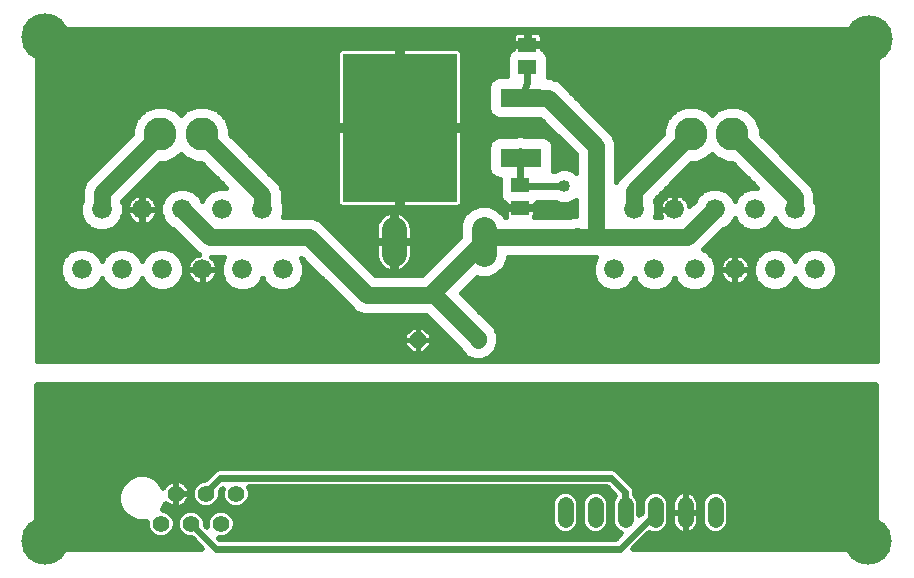
<source format=gbl>
G75*
%MOIN*%
%OFA0B0*%
%FSLAX24Y24*%
%IPPOS*%
%LPD*%
%AMOC8*
5,1,8,0,0,1.08239X$1,22.5*
%
%ADD10C,0.0660*%
%ADD11R,0.3839X0.4921*%
%ADD12R,0.1378X0.0630*%
%ADD13R,0.0591X0.0512*%
%ADD14C,0.1102*%
%ADD15C,0.0520*%
%ADD16OC8,0.0520*%
%ADD17C,0.0520*%
%ADD18C,0.0825*%
%ADD19C,0.0560*%
%ADD20C,0.0560*%
%ADD21C,0.0160*%
%ADD22C,0.1581*%
%ADD23C,0.0236*%
%ADD24C,0.0400*%
%ADD25C,0.0240*%
%ADD26C,0.0197*%
D10*
X008141Y011137D03*
X008760Y012811D03*
X010098Y012811D03*
X011437Y012811D03*
X012775Y012811D03*
X014114Y012811D03*
X015452Y012811D03*
X014783Y014811D03*
X013445Y014811D03*
X012106Y014811D03*
X010767Y014811D03*
X009429Y014811D03*
X014637Y019681D03*
X026510Y012811D03*
X027848Y012811D03*
X029187Y012811D03*
X030525Y012811D03*
X031864Y012811D03*
X033202Y012811D03*
X032533Y014811D03*
X031195Y014811D03*
X029856Y014811D03*
X028517Y014811D03*
X027179Y014811D03*
D11*
X019352Y017537D03*
D12*
X023397Y016537D03*
X023397Y018537D03*
D13*
X023614Y019555D03*
X023614Y020303D03*
X023378Y015614D03*
X023378Y014866D03*
D14*
X029071Y017311D03*
X030448Y017311D03*
X012752Y017311D03*
X011374Y017311D03*
D15*
X024889Y004964D02*
X024889Y004444D01*
X025889Y004444D02*
X025889Y004964D01*
X026889Y004964D02*
X026889Y004444D01*
X027889Y004444D02*
X027889Y004964D01*
X028889Y004964D02*
X028889Y004444D01*
X029889Y004444D02*
X029889Y004964D01*
D16*
X019958Y010468D03*
D17*
X021958Y010468D03*
D18*
X022161Y013331D02*
X022161Y014156D01*
X019161Y014156D02*
X019161Y013331D01*
D19*
X013909Y005326D03*
X012909Y005326D03*
X011909Y005326D03*
X011409Y004326D03*
X012409Y004326D03*
X013409Y004326D03*
D20*
X020443Y012025D02*
X021958Y010509D01*
X021958Y010468D01*
X020443Y012025D02*
X022161Y013744D01*
X022311Y013893D01*
X025307Y013893D01*
X025267Y013933D01*
X025307Y013893D02*
X025858Y013893D01*
X025897Y013933D01*
X025897Y016925D01*
X024285Y018537D01*
X023397Y018537D01*
X027179Y015419D02*
X027179Y014811D01*
X027179Y015419D02*
X029071Y017311D01*
X030448Y017311D02*
X032533Y015226D01*
X032533Y014811D01*
X029856Y014811D02*
X028939Y013893D01*
X025858Y013893D01*
X020443Y012025D02*
X020382Y011964D01*
X018260Y011964D01*
X016330Y013893D01*
X013023Y013893D01*
X012106Y014811D01*
X011374Y017311D02*
X009429Y015366D01*
X009429Y014811D01*
X012752Y017311D02*
X014783Y015279D01*
X014783Y014811D01*
D21*
X015458Y015076D02*
X015458Y015413D01*
X015355Y015661D01*
X015165Y015851D01*
X013698Y017319D01*
X013698Y017499D01*
X013554Y017847D01*
X013288Y018113D01*
X012940Y018257D01*
X012563Y018257D01*
X012216Y018113D01*
X012063Y017960D01*
X011910Y018113D01*
X011562Y018257D01*
X011185Y018257D01*
X010838Y018113D01*
X010572Y017847D01*
X010428Y017499D01*
X010428Y017319D01*
X009046Y015938D01*
X008857Y015748D01*
X008754Y015500D01*
X008754Y015076D01*
X008704Y014955D01*
X008704Y014666D01*
X008814Y014400D01*
X009018Y014196D01*
X009285Y014086D01*
X009573Y014086D01*
X009839Y014196D01*
X010043Y014400D01*
X010154Y014666D01*
X010154Y014955D01*
X010104Y015076D01*
X010104Y015086D01*
X011382Y016364D01*
X011562Y016364D01*
X011910Y016509D01*
X012063Y016662D01*
X012216Y016509D01*
X012563Y016364D01*
X012743Y016364D01*
X013572Y015536D01*
X013300Y015536D01*
X013034Y015425D01*
X012830Y015221D01*
X012777Y015094D01*
X012771Y015101D01*
X012721Y015221D01*
X012517Y015425D01*
X012250Y015536D01*
X011962Y015536D01*
X011695Y015425D01*
X011491Y015221D01*
X011381Y014955D01*
X011381Y014666D01*
X011491Y014400D01*
X011695Y014196D01*
X011816Y014146D01*
X012451Y013511D01*
X012641Y013321D01*
X012668Y013310D01*
X012656Y013308D01*
X012579Y013283D01*
X012508Y013247D01*
X012443Y013200D01*
X012386Y013143D01*
X012339Y013078D01*
X012303Y013006D01*
X012278Y012930D01*
X012265Y012851D01*
X012265Y012829D01*
X012757Y012829D01*
X012757Y012792D01*
X012794Y012792D01*
X012794Y012829D01*
X013285Y012829D01*
X013285Y012851D01*
X013273Y012930D01*
X013248Y013006D01*
X013211Y013078D01*
X013164Y013143D01*
X013108Y013200D01*
X013082Y013218D01*
X013498Y013218D01*
X013389Y012955D01*
X013389Y012666D01*
X013499Y012400D01*
X013703Y012196D01*
X013970Y012086D01*
X014258Y012086D01*
X014525Y012196D01*
X014728Y012400D01*
X014783Y012532D01*
X014838Y012400D01*
X015042Y012196D01*
X015308Y012086D01*
X015597Y012086D01*
X015863Y012196D01*
X016067Y012400D01*
X016177Y012666D01*
X016177Y012955D01*
X016081Y013189D01*
X017687Y011582D01*
X017877Y011392D01*
X018125Y011289D01*
X020224Y011289D01*
X021357Y010156D01*
X021386Y010086D01*
X021576Y009896D01*
X021824Y009793D01*
X022093Y009793D01*
X022341Y009896D01*
X022531Y010086D01*
X022633Y010334D01*
X022633Y010644D01*
X022531Y010892D01*
X021397Y012025D01*
X021926Y012554D01*
X022000Y012524D01*
X022322Y012524D01*
X022618Y012647D01*
X022846Y012874D01*
X022969Y013171D01*
X022969Y013218D01*
X025894Y013218D01*
X025785Y012955D01*
X025785Y012666D01*
X025895Y012400D01*
X026099Y012196D01*
X026365Y012086D01*
X026654Y012086D01*
X026920Y012196D01*
X027124Y012400D01*
X027179Y012532D01*
X027234Y012400D01*
X027437Y012196D01*
X027704Y012086D01*
X027992Y012086D01*
X028259Y012196D01*
X028463Y012400D01*
X028517Y012532D01*
X028572Y012400D01*
X028776Y012196D01*
X029042Y012086D01*
X029331Y012086D01*
X029597Y012196D01*
X029801Y012400D01*
X029912Y012666D01*
X029912Y012955D01*
X029801Y013221D01*
X029597Y013425D01*
X029476Y013476D01*
X029511Y013511D01*
X030146Y014146D01*
X030267Y014196D01*
X030471Y014400D01*
X030525Y014532D01*
X030580Y014400D01*
X030784Y014196D01*
X031050Y014086D01*
X031339Y014086D01*
X031605Y014196D01*
X031809Y014400D01*
X031864Y014532D01*
X031919Y014400D01*
X032122Y014196D01*
X032389Y014086D01*
X032677Y014086D01*
X032944Y014196D01*
X033148Y014400D01*
X033258Y014666D01*
X033258Y014955D01*
X033208Y015076D01*
X033208Y015360D01*
X033105Y015608D01*
X032915Y015798D01*
X031395Y017319D01*
X031395Y017499D01*
X031251Y017847D01*
X030984Y018113D01*
X030637Y018257D01*
X030260Y018257D01*
X029913Y018113D01*
X029760Y017960D01*
X029606Y018113D01*
X029259Y018257D01*
X028882Y018257D01*
X028535Y018113D01*
X028268Y017847D01*
X028124Y017499D01*
X028124Y017319D01*
X026796Y015991D01*
X026607Y015801D01*
X026572Y015718D01*
X026572Y017059D01*
X026470Y017307D01*
X026280Y017497D01*
X024667Y019109D01*
X024419Y019212D01*
X024301Y019212D01*
X024304Y019220D01*
X024304Y019889D01*
X024244Y020034D01*
X024133Y020145D01*
X024089Y020164D01*
X024089Y020255D01*
X023662Y020255D01*
X023662Y020351D01*
X023566Y020351D01*
X023566Y020739D01*
X023295Y020739D01*
X023249Y020726D01*
X023208Y020703D01*
X023175Y020669D01*
X023151Y020628D01*
X023139Y020582D01*
X023139Y020351D01*
X023566Y020351D01*
X023566Y020255D01*
X023139Y020255D01*
X023139Y020164D01*
X023095Y020145D01*
X022984Y020034D01*
X022924Y019889D01*
X022924Y019247D01*
X022630Y019247D01*
X022485Y019187D01*
X022374Y019076D01*
X022313Y018931D01*
X022313Y018143D01*
X022374Y017998D01*
X022485Y017887D01*
X022630Y017827D01*
X024040Y017827D01*
X025222Y016645D01*
X025222Y016040D01*
X025171Y016091D01*
X024953Y016181D01*
X024716Y016181D01*
X024523Y016101D01*
X024464Y016101D01*
X024481Y016143D01*
X024481Y016931D01*
X024421Y017076D01*
X024310Y017187D01*
X024165Y017247D01*
X023552Y017247D01*
X023527Y017254D01*
X023463Y017279D01*
X023429Y017279D01*
X023397Y017288D01*
X023328Y017278D01*
X023258Y017277D01*
X023228Y017264D01*
X023195Y017260D01*
X023173Y017247D01*
X022630Y017247D01*
X022485Y017187D01*
X022374Y017076D01*
X022313Y016931D01*
X022313Y016143D01*
X022374Y015998D01*
X022485Y015887D01*
X022630Y015827D01*
X022687Y015827D01*
X022687Y015279D01*
X022748Y015134D01*
X022859Y015023D01*
X022902Y015005D01*
X022902Y014914D01*
X023330Y014914D01*
X023330Y014818D01*
X022902Y014818D01*
X022902Y014586D01*
X022907Y014568D01*
X022864Y014568D01*
X022846Y014614D01*
X022618Y014841D01*
X022322Y014964D01*
X022000Y014964D01*
X021704Y014841D01*
X021477Y014614D01*
X021354Y014317D01*
X021354Y013891D01*
X020102Y012639D01*
X018539Y012639D01*
X016713Y014466D01*
X016465Y014568D01*
X015467Y014568D01*
X015508Y014666D01*
X015508Y014955D01*
X015458Y015076D01*
X015468Y015051D02*
X017253Y015051D01*
X017253Y015053D02*
X017265Y015007D01*
X017289Y014966D01*
X017322Y014932D01*
X017363Y014909D01*
X017409Y014896D01*
X019272Y014896D01*
X019272Y017457D01*
X017253Y017457D01*
X017253Y015053D01*
X017253Y015210D02*
X015458Y015210D01*
X015458Y015368D02*
X017253Y015368D01*
X017253Y015527D02*
X015411Y015527D01*
X015332Y015685D02*
X017253Y015685D01*
X017253Y015844D02*
X015173Y015844D01*
X015015Y016002D02*
X017253Y016002D01*
X017253Y016161D02*
X014856Y016161D01*
X014698Y016319D02*
X017253Y016319D01*
X017253Y016478D02*
X014539Y016478D01*
X014381Y016636D02*
X017253Y016636D01*
X017253Y016795D02*
X014222Y016795D01*
X014064Y016953D02*
X017253Y016953D01*
X017253Y017112D02*
X013905Y017112D01*
X013747Y017270D02*
X017253Y017270D01*
X017253Y017429D02*
X013698Y017429D01*
X013661Y017587D02*
X019272Y017587D01*
X019272Y017617D02*
X019272Y017457D01*
X019432Y017457D01*
X019432Y014896D01*
X021295Y014896D01*
X021341Y014909D01*
X021382Y014932D01*
X021415Y014966D01*
X021439Y015007D01*
X021451Y015053D01*
X021451Y017457D01*
X019432Y017457D01*
X019432Y017617D01*
X019272Y017617D01*
X017253Y017617D01*
X017253Y020021D01*
X017265Y020067D01*
X017289Y020108D01*
X017322Y020142D01*
X017363Y020165D01*
X017409Y020178D01*
X019272Y020178D01*
X019272Y017617D01*
X019272Y017746D02*
X019432Y017746D01*
X019432Y017617D02*
X019432Y020178D01*
X021295Y020178D01*
X021341Y020165D01*
X021382Y020142D01*
X021415Y020108D01*
X021439Y020067D01*
X021451Y020021D01*
X021451Y017617D01*
X019432Y017617D01*
X019432Y017587D02*
X024280Y017587D01*
X024122Y017746D02*
X021451Y017746D01*
X021451Y017904D02*
X022468Y017904D01*
X022347Y018063D02*
X021451Y018063D01*
X021451Y018221D02*
X022313Y018221D01*
X022313Y018380D02*
X021451Y018380D01*
X021451Y018538D02*
X022313Y018538D01*
X022313Y018697D02*
X021451Y018697D01*
X021451Y018855D02*
X022313Y018855D01*
X022348Y019014D02*
X021451Y019014D01*
X021451Y019172D02*
X022470Y019172D01*
X022924Y019331D02*
X021451Y019331D01*
X021451Y019489D02*
X022924Y019489D01*
X022924Y019648D02*
X021451Y019648D01*
X021451Y019806D02*
X022924Y019806D01*
X022955Y019965D02*
X021451Y019965D01*
X021400Y020123D02*
X023073Y020123D01*
X023139Y020440D02*
X007259Y020440D01*
X007259Y020282D02*
X023566Y020282D01*
X023662Y020282D02*
X035260Y020282D01*
X035260Y020440D02*
X024089Y020440D01*
X024089Y020351D02*
X024089Y020582D01*
X024077Y020628D01*
X024053Y020669D01*
X024020Y020703D01*
X023979Y020726D01*
X023933Y020739D01*
X023662Y020739D01*
X023662Y020351D01*
X024089Y020351D01*
X024155Y020123D02*
X035260Y020123D01*
X035260Y019965D02*
X024273Y019965D01*
X024304Y019806D02*
X035260Y019806D01*
X035260Y019648D02*
X024304Y019648D01*
X024304Y019489D02*
X035260Y019489D01*
X035260Y019331D02*
X024304Y019331D01*
X024515Y019172D02*
X035260Y019172D01*
X035260Y019014D02*
X024763Y019014D01*
X024921Y018855D02*
X035260Y018855D01*
X035260Y018697D02*
X025080Y018697D01*
X025238Y018538D02*
X035260Y018538D01*
X035260Y018380D02*
X025397Y018380D01*
X025555Y018221D02*
X028796Y018221D01*
X028485Y018063D02*
X025714Y018063D01*
X025872Y017904D02*
X028326Y017904D01*
X028227Y017746D02*
X026031Y017746D01*
X026189Y017587D02*
X028161Y017587D01*
X028124Y017429D02*
X026348Y017429D01*
X026485Y017270D02*
X028076Y017270D01*
X027917Y017112D02*
X026550Y017112D01*
X026572Y016953D02*
X027759Y016953D01*
X027600Y016795D02*
X026572Y016795D01*
X026572Y016636D02*
X027442Y016636D01*
X027283Y016478D02*
X026572Y016478D01*
X026572Y016319D02*
X027125Y016319D01*
X026966Y016161D02*
X026572Y016161D01*
X026572Y016002D02*
X026808Y016002D01*
X026649Y015844D02*
X026572Y015844D01*
X025222Y016161D02*
X025002Y016161D01*
X025222Y016319D02*
X024481Y016319D01*
X024481Y016161D02*
X024666Y016161D01*
X024481Y016478D02*
X025222Y016478D01*
X025222Y016636D02*
X024481Y016636D01*
X024481Y016795D02*
X025073Y016795D01*
X024914Y016953D02*
X024472Y016953D01*
X024385Y017112D02*
X024756Y017112D01*
X024597Y017270D02*
X023486Y017270D01*
X023242Y017270D02*
X021451Y017270D01*
X021451Y017112D02*
X022409Y017112D01*
X022323Y016953D02*
X021451Y016953D01*
X021451Y016795D02*
X022313Y016795D01*
X022313Y016636D02*
X021451Y016636D01*
X021451Y016478D02*
X022313Y016478D01*
X022313Y016319D02*
X021451Y016319D01*
X021451Y016161D02*
X022313Y016161D01*
X022372Y016002D02*
X021451Y016002D01*
X021451Y015844D02*
X022590Y015844D01*
X022687Y015685D02*
X021451Y015685D01*
X021451Y015527D02*
X022687Y015527D01*
X022687Y015368D02*
X021451Y015368D01*
X021451Y015210D02*
X022716Y015210D01*
X022831Y015051D02*
X021451Y015051D01*
X021597Y014734D02*
X019300Y014734D01*
X019219Y014747D01*
X019219Y013801D01*
X019754Y013801D01*
X019754Y014203D01*
X019739Y014295D01*
X019710Y014384D01*
X019668Y014467D01*
X019613Y014542D01*
X019547Y014608D01*
X019472Y014663D01*
X019389Y014705D01*
X019300Y014734D01*
X019219Y014734D02*
X019104Y014734D01*
X019104Y014747D02*
X019022Y014734D01*
X018934Y014705D01*
X018851Y014663D01*
X018775Y014608D01*
X018709Y014542D01*
X018654Y014467D01*
X018612Y014384D01*
X018583Y014295D01*
X018569Y014203D01*
X018569Y013801D01*
X019104Y013801D01*
X019104Y014747D01*
X019023Y014734D02*
X015508Y014734D01*
X015508Y014893D02*
X021829Y014893D01*
X021461Y014576D02*
X019580Y014576D01*
X019693Y014417D02*
X021395Y014417D01*
X021354Y014259D02*
X019745Y014259D01*
X019754Y014100D02*
X021354Y014100D01*
X021354Y013942D02*
X019754Y013942D01*
X019754Y013686D02*
X019219Y013686D01*
X019219Y013801D01*
X019104Y013801D01*
X019104Y013686D01*
X019219Y013686D01*
X019219Y012740D01*
X019300Y012753D01*
X019389Y012782D01*
X019472Y012824D01*
X019547Y012879D01*
X019613Y012945D01*
X019668Y013021D01*
X019710Y013104D01*
X019739Y013192D01*
X019754Y013285D01*
X019754Y013686D01*
X019754Y013625D02*
X021088Y013625D01*
X021246Y013783D02*
X019219Y013783D01*
X019104Y013783D02*
X017395Y013783D01*
X017554Y013625D02*
X018569Y013625D01*
X018569Y013686D02*
X018569Y013285D01*
X018583Y013192D01*
X018612Y013104D01*
X018654Y013021D01*
X018709Y012945D01*
X018775Y012879D01*
X018851Y012824D01*
X018934Y012782D01*
X019022Y012753D01*
X019104Y012740D01*
X019104Y013686D01*
X018569Y013686D01*
X018569Y013466D02*
X017712Y013466D01*
X017871Y013308D02*
X018569Y013308D01*
X018597Y013149D02*
X018029Y013149D01*
X018188Y012991D02*
X018676Y012991D01*
X018840Y012832D02*
X018346Y012832D01*
X018505Y012674D02*
X020136Y012674D01*
X020295Y012832D02*
X019482Y012832D01*
X019646Y012991D02*
X020454Y012991D01*
X020612Y013149D02*
X019725Y013149D01*
X019754Y013308D02*
X020771Y013308D01*
X020929Y013466D02*
X019754Y013466D01*
X019219Y013466D02*
X019104Y013466D01*
X019104Y013308D02*
X019219Y013308D01*
X019219Y013149D02*
X019104Y013149D01*
X019104Y012991D02*
X019219Y012991D01*
X019219Y012832D02*
X019104Y012832D01*
X019104Y013625D02*
X019219Y013625D01*
X019219Y013942D02*
X019104Y013942D01*
X019104Y014100D02*
X019219Y014100D01*
X019219Y014259D02*
X019104Y014259D01*
X019104Y014417D02*
X019219Y014417D01*
X019219Y014576D02*
X019104Y014576D01*
X018743Y014576D02*
X015470Y014576D01*
X016761Y014417D02*
X018629Y014417D01*
X018577Y014259D02*
X016920Y014259D01*
X017078Y014100D02*
X018569Y014100D01*
X018569Y013942D02*
X017237Y013942D01*
X016278Y012991D02*
X016163Y012991D01*
X016177Y012832D02*
X016437Y012832D01*
X016595Y012674D02*
X016177Y012674D01*
X016115Y012515D02*
X016754Y012515D01*
X016912Y012357D02*
X016024Y012357D01*
X015865Y012198D02*
X017071Y012198D01*
X017229Y012040D02*
X007259Y012040D01*
X007259Y012198D02*
X008347Y012198D01*
X008349Y012196D02*
X008615Y012086D01*
X008904Y012086D01*
X009170Y012196D01*
X009374Y012400D01*
X009429Y012532D01*
X009484Y012400D01*
X009687Y012196D01*
X009954Y012086D01*
X010242Y012086D01*
X010509Y012196D01*
X010713Y012400D01*
X010767Y012532D01*
X010822Y012400D01*
X011026Y012196D01*
X011292Y012086D01*
X011581Y012086D01*
X011847Y012196D01*
X012051Y012400D01*
X012162Y012666D01*
X012162Y012955D01*
X012051Y013221D01*
X011847Y013425D01*
X011581Y013536D01*
X011292Y013536D01*
X011026Y013425D01*
X010822Y013221D01*
X010767Y013089D01*
X010713Y013221D01*
X010509Y013425D01*
X010242Y013536D01*
X009954Y013536D01*
X009687Y013425D01*
X009484Y013221D01*
X009429Y013089D01*
X009374Y013221D01*
X009170Y013425D01*
X008904Y013536D01*
X008615Y013536D01*
X008349Y013425D01*
X008145Y013221D01*
X008035Y012955D01*
X008035Y012666D01*
X008145Y012400D01*
X008349Y012196D01*
X008188Y012357D02*
X007259Y012357D01*
X007259Y012515D02*
X008097Y012515D01*
X008035Y012674D02*
X007259Y012674D01*
X007259Y012832D02*
X008035Y012832D01*
X008049Y012991D02*
X007259Y012991D01*
X007259Y013149D02*
X008115Y013149D01*
X008231Y013308D02*
X007259Y013308D01*
X007259Y013466D02*
X008448Y013466D01*
X009071Y013466D02*
X009786Y013466D01*
X009570Y013308D02*
X009288Y013308D01*
X009404Y013149D02*
X009454Y013149D01*
X009422Y012515D02*
X009436Y012515D01*
X009527Y012357D02*
X009331Y012357D01*
X009172Y012198D02*
X009685Y012198D01*
X010511Y012198D02*
X011024Y012198D01*
X010865Y012357D02*
X010669Y012357D01*
X010760Y012515D02*
X010774Y012515D01*
X010743Y013149D02*
X010792Y013149D01*
X010908Y013308D02*
X010626Y013308D01*
X010410Y013466D02*
X011125Y013466D01*
X011749Y013466D02*
X012496Y013466D01*
X012451Y013511D02*
X012451Y013511D01*
X012337Y013625D02*
X007259Y013625D01*
X007259Y013783D02*
X012179Y013783D01*
X012020Y013942D02*
X007259Y013942D01*
X007259Y014100D02*
X009250Y014100D01*
X008956Y014259D02*
X007259Y014259D01*
X007259Y014417D02*
X008807Y014417D01*
X008741Y014576D02*
X007259Y014576D01*
X007259Y014734D02*
X008704Y014734D01*
X008704Y014893D02*
X007259Y014893D01*
X007259Y015051D02*
X008744Y015051D01*
X008754Y015210D02*
X007259Y015210D01*
X007259Y015368D02*
X008754Y015368D01*
X008765Y015527D02*
X007259Y015527D01*
X007259Y015685D02*
X008831Y015685D01*
X008952Y015844D02*
X007259Y015844D01*
X007259Y016002D02*
X009111Y016002D01*
X009269Y016161D02*
X007259Y016161D01*
X007259Y016319D02*
X009428Y016319D01*
X009586Y016478D02*
X007259Y016478D01*
X007259Y016636D02*
X009745Y016636D01*
X009903Y016795D02*
X007259Y016795D01*
X007259Y016953D02*
X010062Y016953D01*
X010220Y017112D02*
X007259Y017112D01*
X007259Y017270D02*
X010379Y017270D01*
X010428Y017429D02*
X007259Y017429D01*
X007259Y017587D02*
X010464Y017587D01*
X010530Y017746D02*
X007259Y017746D01*
X007259Y017904D02*
X010629Y017904D01*
X010788Y018063D02*
X007259Y018063D01*
X007259Y018221D02*
X011100Y018221D01*
X011648Y018221D02*
X012477Y018221D01*
X012166Y018063D02*
X011960Y018063D01*
X013026Y018221D02*
X017253Y018221D01*
X017253Y018063D02*
X013338Y018063D01*
X013496Y017904D02*
X017253Y017904D01*
X017253Y017746D02*
X013596Y017746D01*
X012088Y016636D02*
X012037Y016636D01*
X011835Y016478D02*
X012290Y016478D01*
X012789Y016319D02*
X011337Y016319D01*
X011178Y016161D02*
X012947Y016161D01*
X013106Y016002D02*
X011020Y016002D01*
X010861Y015844D02*
X013264Y015844D01*
X013423Y015685D02*
X010703Y015685D01*
X010544Y015527D02*
X011940Y015527D01*
X012272Y015527D02*
X013279Y015527D01*
X012977Y015368D02*
X012574Y015368D01*
X012725Y015210D02*
X012825Y015210D01*
X011638Y015368D02*
X010386Y015368D01*
X010500Y015247D02*
X010435Y015200D01*
X010378Y015143D01*
X010331Y015078D01*
X010295Y015006D01*
X010270Y014930D01*
X010257Y014851D01*
X010257Y014829D01*
X010749Y014829D01*
X010749Y014792D01*
X010786Y014792D01*
X010786Y014829D01*
X011277Y014829D01*
X011277Y014851D01*
X011265Y014930D01*
X011240Y015006D01*
X011204Y015078D01*
X011156Y015143D01*
X011100Y015200D01*
X011035Y015247D01*
X010963Y015283D01*
X010887Y015308D01*
X010808Y015321D01*
X010786Y015321D01*
X010786Y014829D01*
X010749Y014829D01*
X010749Y015321D01*
X010727Y015321D01*
X010648Y015308D01*
X010572Y015283D01*
X010500Y015247D01*
X010449Y015210D02*
X010227Y015210D01*
X010318Y015051D02*
X010114Y015051D01*
X010154Y014893D02*
X010264Y014893D01*
X010257Y014792D02*
X010257Y014770D01*
X010270Y014691D01*
X010295Y014615D01*
X010331Y014543D01*
X010378Y014478D01*
X010435Y014422D01*
X010500Y014374D01*
X010572Y014338D01*
X010648Y014313D01*
X010727Y014301D01*
X010749Y014301D01*
X010749Y014792D01*
X010257Y014792D01*
X010263Y014734D02*
X010154Y014734D01*
X010116Y014576D02*
X010315Y014576D01*
X010441Y014417D02*
X010051Y014417D01*
X009902Y014259D02*
X011633Y014259D01*
X011484Y014417D02*
X011093Y014417D01*
X011100Y014422D02*
X011156Y014478D01*
X011204Y014543D01*
X011240Y014615D01*
X011265Y014691D01*
X011277Y014770D01*
X011277Y014792D01*
X010786Y014792D01*
X010786Y014301D01*
X010808Y014301D01*
X010887Y014313D01*
X010963Y014338D01*
X011035Y014374D01*
X011100Y014422D01*
X011220Y014576D02*
X011419Y014576D01*
X011381Y014734D02*
X011272Y014734D01*
X011271Y014893D02*
X011381Y014893D01*
X011421Y015051D02*
X011217Y015051D01*
X011086Y015210D02*
X011487Y015210D01*
X010786Y015210D02*
X010749Y015210D01*
X010749Y015051D02*
X010786Y015051D01*
X010786Y014893D02*
X010749Y014893D01*
X010749Y014734D02*
X010786Y014734D01*
X010786Y014576D02*
X010749Y014576D01*
X010749Y014417D02*
X010786Y014417D01*
X011862Y014100D02*
X009608Y014100D01*
X011965Y013308D02*
X012655Y013308D01*
X012393Y013149D02*
X012081Y013149D01*
X012147Y012991D02*
X012298Y012991D01*
X012265Y012832D02*
X012162Y012832D01*
X012265Y012792D02*
X012265Y012770D01*
X012278Y012691D01*
X012303Y012615D01*
X012339Y012543D01*
X012386Y012478D01*
X012443Y012422D01*
X012508Y012374D01*
X012579Y012338D01*
X012656Y012313D01*
X012735Y012301D01*
X012757Y012301D01*
X012757Y012792D01*
X012265Y012792D01*
X012284Y012674D02*
X012162Y012674D01*
X012099Y012515D02*
X012360Y012515D01*
X012543Y012357D02*
X012008Y012357D01*
X011849Y012198D02*
X013701Y012198D01*
X013543Y012357D02*
X013008Y012357D01*
X013043Y012374D02*
X013108Y012422D01*
X013164Y012478D01*
X013211Y012543D01*
X013248Y012615D01*
X013273Y012691D01*
X013285Y012770D01*
X013285Y012792D01*
X012794Y012792D01*
X012794Y012301D01*
X012815Y012301D01*
X012895Y012313D01*
X012971Y012338D01*
X013043Y012374D01*
X013191Y012515D02*
X013452Y012515D01*
X013389Y012674D02*
X013267Y012674D01*
X013285Y012832D02*
X013389Y012832D01*
X013404Y012991D02*
X013253Y012991D01*
X013158Y013149D02*
X013469Y013149D01*
X012794Y012674D02*
X012757Y012674D01*
X012757Y012515D02*
X012794Y012515D01*
X012794Y012357D02*
X012757Y012357D01*
X014527Y012198D02*
X015040Y012198D01*
X014881Y012357D02*
X014685Y012357D01*
X014776Y012515D02*
X014790Y012515D01*
X016097Y013149D02*
X016120Y013149D01*
X017388Y011881D02*
X007259Y011881D01*
X007259Y011723D02*
X017546Y011723D01*
X017705Y011564D02*
X007259Y011564D01*
X007259Y011406D02*
X017864Y011406D01*
X019518Y010650D02*
X019518Y010468D01*
X019518Y010286D01*
X019776Y010028D01*
X019958Y010028D01*
X019958Y010468D01*
X019518Y010468D01*
X019958Y010468D01*
X019958Y010468D01*
X019958Y010468D01*
X019958Y010908D01*
X019776Y010908D01*
X019518Y010650D01*
X019518Y010613D02*
X007259Y010613D01*
X007259Y010455D02*
X019518Y010455D01*
X019518Y010296D02*
X007259Y010296D01*
X007259Y010138D02*
X019667Y010138D01*
X019958Y010138D02*
X019958Y010138D01*
X019958Y010028D02*
X020141Y010028D01*
X020398Y010286D01*
X020398Y010468D01*
X019958Y010468D01*
X019958Y010468D01*
X019958Y010028D01*
X019958Y010296D02*
X019958Y010296D01*
X019958Y010455D02*
X019958Y010455D01*
X019958Y010468D02*
X019958Y010468D01*
X019958Y010908D01*
X020141Y010908D01*
X020398Y010650D01*
X020398Y010468D01*
X019958Y010468D01*
X019958Y010613D02*
X019958Y010613D01*
X019958Y010772D02*
X019958Y010772D01*
X019640Y010772D02*
X007259Y010772D01*
X007259Y010930D02*
X020583Y010930D01*
X020742Y010772D02*
X020277Y010772D01*
X020398Y010613D02*
X020900Y010613D01*
X021059Y010455D02*
X020398Y010455D01*
X020398Y010296D02*
X021217Y010296D01*
X021365Y010138D02*
X020250Y010138D01*
X021493Y009979D02*
X007259Y009979D01*
X007259Y009821D02*
X021758Y009821D01*
X022159Y009821D02*
X035260Y009821D01*
X035260Y009759D02*
X007259Y009759D01*
X007259Y020811D01*
X035260Y020811D01*
X035260Y009759D01*
X035260Y009979D02*
X022424Y009979D01*
X022552Y010138D02*
X035260Y010138D01*
X035260Y010296D02*
X022618Y010296D01*
X022633Y010455D02*
X035260Y010455D01*
X035260Y010613D02*
X022633Y010613D01*
X022580Y010772D02*
X035260Y010772D01*
X035260Y010930D02*
X022492Y010930D01*
X022334Y011089D02*
X035260Y011089D01*
X035260Y011247D02*
X022175Y011247D01*
X022017Y011406D02*
X035260Y011406D01*
X035260Y011564D02*
X021858Y011564D01*
X021700Y011723D02*
X035260Y011723D01*
X035260Y011881D02*
X021541Y011881D01*
X021412Y012040D02*
X035260Y012040D01*
X035260Y012198D02*
X033615Y012198D01*
X033613Y012196D02*
X033817Y012400D01*
X033927Y012666D01*
X033927Y012955D01*
X033817Y013221D01*
X033613Y013425D01*
X033347Y013536D01*
X033058Y013536D01*
X032792Y013425D01*
X032588Y013221D01*
X032533Y013089D01*
X032478Y013221D01*
X032275Y013425D01*
X032008Y013536D01*
X031720Y013536D01*
X031453Y013425D01*
X031249Y013221D01*
X031139Y012955D01*
X031139Y012666D01*
X031249Y012400D01*
X031453Y012196D01*
X031720Y012086D01*
X032008Y012086D01*
X032275Y012196D01*
X032478Y012400D01*
X032533Y012532D01*
X032588Y012400D01*
X032792Y012196D01*
X033058Y012086D01*
X033347Y012086D01*
X033613Y012196D01*
X033774Y012357D02*
X035260Y012357D01*
X035260Y012515D02*
X033865Y012515D01*
X033927Y012674D02*
X035260Y012674D01*
X035260Y012832D02*
X033927Y012832D01*
X033913Y012991D02*
X035260Y012991D01*
X035260Y013149D02*
X033847Y013149D01*
X033731Y013308D02*
X035260Y013308D01*
X035260Y013466D02*
X033514Y013466D01*
X032891Y013466D02*
X032176Y013466D01*
X032392Y013308D02*
X032674Y013308D01*
X032558Y013149D02*
X032508Y013149D01*
X032526Y012515D02*
X032540Y012515D01*
X032631Y012357D02*
X032435Y012357D01*
X032277Y012198D02*
X032790Y012198D01*
X031451Y012198D02*
X029599Y012198D01*
X029758Y012357D02*
X030293Y012357D01*
X030258Y012374D02*
X030329Y012338D01*
X030406Y012313D01*
X030485Y012301D01*
X030507Y012301D01*
X030507Y012792D01*
X030544Y012792D01*
X030544Y012829D01*
X031035Y012829D01*
X031035Y012851D01*
X031023Y012930D01*
X030998Y013006D01*
X030961Y013078D01*
X030914Y013143D01*
X030858Y013200D01*
X030793Y013247D01*
X030721Y013283D01*
X030645Y013308D01*
X030565Y013321D01*
X030544Y013321D01*
X030544Y012829D01*
X030507Y012829D01*
X030507Y013321D01*
X030485Y013321D01*
X030406Y013308D01*
X030329Y013283D01*
X030258Y013247D01*
X030193Y013200D01*
X030136Y013143D01*
X030089Y013078D01*
X030053Y013006D01*
X030028Y012930D01*
X030015Y012851D01*
X030015Y012829D01*
X030507Y012829D01*
X030507Y012792D01*
X030015Y012792D01*
X030015Y012770D01*
X030028Y012691D01*
X030053Y012615D01*
X030089Y012543D01*
X030136Y012478D01*
X030193Y012422D01*
X030258Y012374D01*
X030110Y012515D02*
X029849Y012515D01*
X029912Y012674D02*
X030034Y012674D01*
X030015Y012832D02*
X029912Y012832D01*
X029897Y012991D02*
X030048Y012991D01*
X030143Y013149D02*
X029831Y013149D01*
X029715Y013308D02*
X030405Y013308D01*
X030507Y013308D02*
X030544Y013308D01*
X030646Y013308D02*
X031336Y013308D01*
X031219Y013149D02*
X030908Y013149D01*
X031003Y012991D02*
X031154Y012991D01*
X031139Y012832D02*
X031035Y012832D01*
X031035Y012792D02*
X030544Y012792D01*
X030544Y012301D01*
X030565Y012301D01*
X030645Y012313D01*
X030721Y012338D01*
X030793Y012374D01*
X030858Y012422D01*
X030914Y012478D01*
X030961Y012543D01*
X030998Y012615D01*
X031023Y012691D01*
X031035Y012770D01*
X031035Y012792D01*
X031017Y012674D02*
X031139Y012674D01*
X031202Y012515D02*
X030941Y012515D01*
X030758Y012357D02*
X031293Y012357D01*
X030544Y012357D02*
X030507Y012357D01*
X030507Y012515D02*
X030544Y012515D01*
X030544Y012674D02*
X030507Y012674D01*
X030507Y012832D02*
X030544Y012832D01*
X030544Y012991D02*
X030507Y012991D01*
X030507Y013149D02*
X030544Y013149D01*
X031552Y013466D02*
X029499Y013466D01*
X029625Y013625D02*
X035260Y013625D01*
X035260Y013783D02*
X029783Y013783D01*
X029942Y013942D02*
X035260Y013942D01*
X035260Y014100D02*
X032712Y014100D01*
X033006Y014259D02*
X035260Y014259D01*
X035260Y014417D02*
X033155Y014417D01*
X033220Y014576D02*
X035260Y014576D01*
X035260Y014734D02*
X033258Y014734D01*
X033258Y014893D02*
X035260Y014893D01*
X035260Y015051D02*
X033218Y015051D01*
X033208Y015210D02*
X035260Y015210D01*
X035260Y015368D02*
X033205Y015368D01*
X033139Y015527D02*
X035260Y015527D01*
X035260Y015685D02*
X033029Y015685D01*
X032870Y015844D02*
X035260Y015844D01*
X035260Y016002D02*
X032712Y016002D01*
X032553Y016161D02*
X035260Y016161D01*
X035260Y016319D02*
X032395Y016319D01*
X032236Y016478D02*
X035260Y016478D01*
X035260Y016636D02*
X032078Y016636D01*
X031919Y016795D02*
X035260Y016795D01*
X035260Y016953D02*
X031761Y016953D01*
X031602Y017112D02*
X035260Y017112D01*
X035260Y017270D02*
X031444Y017270D01*
X031395Y017429D02*
X035260Y017429D01*
X035260Y017587D02*
X031358Y017587D01*
X031292Y017746D02*
X035260Y017746D01*
X035260Y017904D02*
X031193Y017904D01*
X031035Y018063D02*
X035260Y018063D01*
X035260Y018221D02*
X030723Y018221D01*
X030174Y018221D02*
X029345Y018221D01*
X029657Y018063D02*
X029862Y018063D01*
X029760Y016662D02*
X029913Y016509D01*
X030260Y016364D01*
X030440Y016364D01*
X031269Y015536D01*
X031050Y015536D01*
X030784Y015425D01*
X030580Y015221D01*
X030525Y015089D01*
X030471Y015221D01*
X030267Y015425D01*
X030000Y015536D01*
X029712Y015536D01*
X029445Y015425D01*
X029241Y015221D01*
X029191Y015101D01*
X029016Y014925D01*
X029015Y014930D01*
X028990Y015006D01*
X028954Y015078D01*
X028906Y015143D01*
X028850Y015200D01*
X028785Y015247D01*
X028713Y015283D01*
X028637Y015308D01*
X028558Y015321D01*
X028536Y015321D01*
X028536Y014829D01*
X028499Y014829D01*
X028499Y014792D01*
X028007Y014792D01*
X028007Y014770D01*
X028020Y014691D01*
X028045Y014615D01*
X028068Y014568D01*
X027863Y014568D01*
X027904Y014666D01*
X027904Y014955D01*
X027854Y015076D01*
X027854Y015139D01*
X029079Y016364D01*
X029259Y016364D01*
X029606Y016509D01*
X029760Y016662D01*
X029734Y016636D02*
X029785Y016636D01*
X029987Y016478D02*
X029532Y016478D01*
X029034Y016319D02*
X030485Y016319D01*
X030644Y016161D02*
X028875Y016161D01*
X028717Y016002D02*
X030802Y016002D01*
X030961Y015844D02*
X028558Y015844D01*
X028400Y015685D02*
X031119Y015685D01*
X031029Y015527D02*
X030022Y015527D01*
X029690Y015527D02*
X028241Y015527D01*
X028083Y015368D02*
X029388Y015368D01*
X029237Y015210D02*
X028836Y015210D01*
X028967Y015051D02*
X029142Y015051D01*
X028536Y015051D02*
X028499Y015051D01*
X028499Y014893D02*
X028536Y014893D01*
X028499Y014829D02*
X028499Y015321D01*
X028477Y015321D01*
X028398Y015308D01*
X028322Y015283D01*
X028250Y015247D01*
X028185Y015200D01*
X028128Y015143D01*
X028081Y015078D01*
X028045Y015006D01*
X028020Y014930D01*
X028007Y014851D01*
X028007Y014829D01*
X028499Y014829D01*
X028068Y015051D02*
X027864Y015051D01*
X027904Y014893D02*
X028014Y014893D01*
X028013Y014734D02*
X027904Y014734D01*
X027866Y014576D02*
X028065Y014576D01*
X028199Y015210D02*
X027924Y015210D01*
X028499Y015210D02*
X028536Y015210D01*
X030324Y015368D02*
X030727Y015368D01*
X030575Y015210D02*
X030475Y015210D01*
X030478Y014417D02*
X030573Y014417D01*
X030721Y014259D02*
X030329Y014259D01*
X030100Y014100D02*
X031015Y014100D01*
X031374Y014100D02*
X032354Y014100D01*
X032060Y014259D02*
X031668Y014259D01*
X031816Y014417D02*
X031911Y014417D01*
X028524Y012515D02*
X028510Y012515D01*
X028419Y012357D02*
X028615Y012357D01*
X028774Y012198D02*
X028261Y012198D01*
X027435Y012198D02*
X026922Y012198D01*
X027081Y012357D02*
X027277Y012357D01*
X027186Y012515D02*
X027172Y012515D01*
X026097Y012198D02*
X021570Y012198D01*
X021729Y012357D02*
X025938Y012357D01*
X025847Y012515D02*
X021887Y012515D01*
X022645Y012674D02*
X025785Y012674D01*
X025785Y012832D02*
X022804Y012832D01*
X022894Y012991D02*
X025799Y012991D01*
X025865Y013149D02*
X022960Y013149D01*
X022905Y014576D02*
X022861Y014576D01*
X022902Y014734D02*
X022725Y014734D01*
X022493Y014893D02*
X023330Y014893D01*
X023426Y014893D02*
X025222Y014893D01*
X025222Y015051D02*
X025097Y015051D01*
X025171Y015082D02*
X024953Y014991D01*
X024716Y014991D01*
X024523Y015071D01*
X023945Y015071D01*
X023897Y015023D01*
X023853Y015005D01*
X023853Y014914D01*
X023426Y014914D01*
X023426Y014818D01*
X023853Y014818D01*
X023853Y014586D01*
X023848Y014568D01*
X025038Y014568D01*
X025133Y014608D01*
X025222Y014608D01*
X025222Y015133D01*
X025171Y015082D01*
X025222Y014734D02*
X023853Y014734D01*
X023850Y014576D02*
X025056Y014576D01*
X024571Y015051D02*
X023925Y015051D01*
X024439Y017429D02*
X021451Y017429D01*
X019432Y017429D02*
X019272Y017429D01*
X019272Y017270D02*
X019432Y017270D01*
X019432Y017112D02*
X019272Y017112D01*
X019272Y016953D02*
X019432Y016953D01*
X019432Y016795D02*
X019272Y016795D01*
X019272Y016636D02*
X019432Y016636D01*
X019432Y016478D02*
X019272Y016478D01*
X019272Y016319D02*
X019432Y016319D01*
X019432Y016161D02*
X019272Y016161D01*
X019272Y016002D02*
X019432Y016002D01*
X019432Y015844D02*
X019272Y015844D01*
X019272Y015685D02*
X019432Y015685D01*
X019432Y015527D02*
X019272Y015527D01*
X019272Y015368D02*
X019432Y015368D01*
X019432Y015210D02*
X019272Y015210D01*
X019272Y015051D02*
X019432Y015051D01*
X019432Y017904D02*
X019272Y017904D01*
X019272Y018063D02*
X019432Y018063D01*
X019432Y018221D02*
X019272Y018221D01*
X019272Y018380D02*
X019432Y018380D01*
X019432Y018538D02*
X019272Y018538D01*
X019272Y018697D02*
X019432Y018697D01*
X019432Y018855D02*
X019272Y018855D01*
X019272Y019014D02*
X019432Y019014D01*
X019432Y019172D02*
X019272Y019172D01*
X019272Y019331D02*
X019432Y019331D01*
X019432Y019489D02*
X019272Y019489D01*
X019272Y019648D02*
X019432Y019648D01*
X019432Y019806D02*
X019272Y019806D01*
X019272Y019965D02*
X019432Y019965D01*
X019432Y020123D02*
X019272Y020123D01*
X017304Y020123D02*
X007259Y020123D01*
X007259Y019965D02*
X017253Y019965D01*
X017253Y019806D02*
X007259Y019806D01*
X007259Y019648D02*
X017253Y019648D01*
X017253Y019489D02*
X007259Y019489D01*
X007259Y019331D02*
X017253Y019331D01*
X017253Y019172D02*
X007259Y019172D01*
X007259Y019014D02*
X017253Y019014D01*
X017253Y018855D02*
X007259Y018855D01*
X007259Y018697D02*
X017253Y018697D01*
X017253Y018538D02*
X007259Y018538D01*
X007259Y018380D02*
X017253Y018380D01*
X023143Y020599D02*
X007259Y020599D01*
X007259Y020757D02*
X035260Y020757D01*
X035260Y020599D02*
X024085Y020599D01*
X023662Y020599D02*
X023566Y020599D01*
X023566Y020440D02*
X023662Y020440D01*
X020266Y011247D02*
X007259Y011247D01*
X007259Y011089D02*
X020425Y011089D01*
D22*
X007551Y003775D03*
X034952Y003775D03*
X034992Y020507D03*
X007551Y020547D03*
D23*
X023397Y018537D02*
X023614Y019029D01*
X023614Y019555D01*
X023366Y016765D02*
X023397Y016537D01*
X023366Y016765D02*
X023378Y015614D01*
D24*
X024834Y015586D03*
X021645Y004405D03*
D25*
X026409Y005862D02*
X026882Y005389D01*
X026882Y004712D01*
X026889Y004704D01*
X027889Y004704D02*
X026685Y003500D01*
X013220Y003500D01*
X012409Y004311D01*
X012409Y004326D01*
X012909Y005326D02*
X012909Y005393D01*
X013378Y005862D01*
X026409Y005862D01*
X024834Y015586D02*
X023405Y015586D01*
X023378Y015614D01*
D26*
X012767Y003502D02*
X007278Y003502D01*
X007278Y008972D01*
X035241Y008972D01*
X035241Y003502D01*
X027137Y003502D01*
X027673Y004038D01*
X027798Y003986D01*
X027981Y003986D01*
X028149Y004056D01*
X028278Y004185D01*
X028348Y004353D01*
X028348Y005056D01*
X028278Y005224D01*
X028149Y005353D01*
X027981Y005423D01*
X027798Y005423D01*
X027630Y005353D01*
X027501Y005224D01*
X027431Y005056D01*
X027431Y004696D01*
X027348Y004613D01*
X027348Y005056D01*
X027278Y005224D01*
X027200Y005302D01*
X027200Y005453D01*
X027152Y005570D01*
X027062Y005659D01*
X026589Y006132D01*
X026472Y006180D01*
X013314Y006180D01*
X013197Y006132D01*
X013108Y006042D01*
X012870Y005805D01*
X012814Y005805D01*
X012638Y005732D01*
X012504Y005597D01*
X012431Y005422D01*
X012431Y005231D01*
X012504Y005055D01*
X012638Y004921D01*
X012814Y004848D01*
X013004Y004848D01*
X013180Y004921D01*
X013315Y005055D01*
X013388Y005231D01*
X013388Y005421D01*
X013461Y005495D01*
X013431Y005422D01*
X013431Y005231D01*
X013504Y005055D01*
X013638Y004921D01*
X013814Y004848D01*
X014004Y004848D01*
X014180Y004921D01*
X014315Y005055D01*
X014388Y005231D01*
X014388Y005422D01*
X014337Y005543D01*
X026277Y005543D01*
X026549Y005272D01*
X026501Y005224D01*
X026431Y005056D01*
X026431Y004353D01*
X026501Y004185D01*
X026630Y004056D01*
X026743Y004009D01*
X026553Y003818D01*
X013352Y003818D01*
X013322Y003848D01*
X013504Y003848D01*
X013680Y003921D01*
X013815Y004055D01*
X013888Y004231D01*
X013888Y004422D01*
X013815Y004597D01*
X013680Y004732D01*
X013504Y004805D01*
X013314Y004805D01*
X013138Y004732D01*
X013004Y004597D01*
X012931Y004422D01*
X012931Y004239D01*
X012888Y004283D01*
X012888Y004422D01*
X012815Y004597D01*
X012680Y004732D01*
X012504Y004805D01*
X012314Y004805D01*
X012138Y004732D01*
X012004Y004597D01*
X011931Y004422D01*
X011931Y004231D01*
X012004Y004055D01*
X012138Y003921D01*
X012314Y003848D01*
X012421Y003848D01*
X012767Y003502D01*
X012638Y003632D02*
X007278Y003632D01*
X007278Y003827D02*
X012442Y003827D01*
X012037Y004022D02*
X011782Y004022D01*
X011815Y004055D02*
X011888Y004231D01*
X011888Y004422D01*
X011815Y004597D01*
X011680Y004732D01*
X011504Y004805D01*
X011474Y004805D01*
X011556Y005003D01*
X011597Y004961D01*
X011658Y004917D01*
X011725Y004883D01*
X011797Y004860D01*
X011871Y004848D01*
X011909Y004848D01*
X011909Y005326D01*
X011909Y005326D01*
X011909Y004848D01*
X011947Y004848D01*
X012021Y004860D01*
X012093Y004883D01*
X012160Y004917D01*
X012221Y004961D01*
X012274Y005015D01*
X012318Y005076D01*
X012352Y005143D01*
X012376Y005214D01*
X012388Y005289D01*
X012388Y005326D01*
X011909Y005326D01*
X011909Y005326D01*
X012388Y005326D01*
X012388Y005364D01*
X012376Y005438D01*
X012352Y005510D01*
X012318Y005577D01*
X012274Y005638D01*
X012221Y005691D01*
X012160Y005736D01*
X012093Y005770D01*
X012021Y005793D01*
X011947Y005805D01*
X011909Y005805D01*
X011871Y005805D01*
X011797Y005793D01*
X011725Y005770D01*
X011658Y005736D01*
X011597Y005691D01*
X011544Y005638D01*
X011500Y005577D01*
X011482Y005542D01*
X011444Y005632D01*
X011221Y005856D01*
X010929Y005976D01*
X010613Y005976D01*
X010322Y005856D01*
X010098Y005632D01*
X009978Y005341D01*
X009978Y005025D01*
X010098Y004733D01*
X010322Y004510D01*
X010613Y004389D01*
X010929Y004389D01*
X010931Y004390D01*
X010931Y004231D01*
X011004Y004055D01*
X011138Y003921D01*
X011314Y003848D01*
X011504Y003848D01*
X011680Y003921D01*
X011815Y004055D01*
X011882Y004218D02*
X011936Y004218D01*
X011931Y004413D02*
X011888Y004413D01*
X011804Y004608D02*
X012014Y004608D01*
X012311Y004804D02*
X011507Y004804D01*
X011554Y004999D02*
X011560Y004999D01*
X011909Y004999D02*
X011909Y004999D01*
X011909Y005194D02*
X011909Y005194D01*
X011909Y005326D02*
X011909Y005805D01*
X011909Y005326D01*
X011909Y005326D01*
X011909Y005390D02*
X011909Y005390D01*
X011909Y005585D02*
X011909Y005585D01*
X011909Y005780D02*
X011909Y005780D01*
X011758Y005780D02*
X011296Y005780D01*
X011464Y005585D02*
X011506Y005585D01*
X012060Y005780D02*
X012755Y005780D01*
X012498Y005585D02*
X012313Y005585D01*
X012383Y005390D02*
X012431Y005390D01*
X012446Y005194D02*
X012369Y005194D01*
X012258Y004999D02*
X012560Y004999D01*
X012507Y004804D02*
X013311Y004804D01*
X013507Y004804D02*
X024431Y004804D01*
X024431Y004999D02*
X014258Y004999D01*
X014372Y005194D02*
X024489Y005194D01*
X024501Y005224D02*
X024431Y005056D01*
X024431Y004353D01*
X024501Y004185D01*
X024630Y004056D01*
X024798Y003986D01*
X024981Y003986D01*
X025149Y004056D01*
X025278Y004185D01*
X025348Y004353D01*
X025348Y005056D01*
X025278Y005224D01*
X025149Y005353D01*
X024981Y005423D01*
X024798Y005423D01*
X024630Y005353D01*
X024501Y005224D01*
X024719Y005390D02*
X014388Y005390D01*
X013560Y004999D02*
X013258Y004999D01*
X013372Y005194D02*
X013446Y005194D01*
X013431Y005390D02*
X013388Y005390D01*
X013041Y005976D02*
X010931Y005976D01*
X010612Y005976D02*
X007278Y005976D01*
X007278Y006171D02*
X013292Y006171D01*
X013014Y004608D02*
X012804Y004608D01*
X012888Y004413D02*
X012931Y004413D01*
X013343Y003827D02*
X026562Y003827D01*
X026710Y004022D02*
X026068Y004022D01*
X026149Y004056D02*
X026278Y004185D01*
X026348Y004353D01*
X026348Y005056D01*
X026278Y005224D01*
X026149Y005353D01*
X025981Y005423D01*
X025798Y005423D01*
X025630Y005353D01*
X025501Y005224D01*
X025431Y005056D01*
X025431Y004353D01*
X025501Y004185D01*
X025630Y004056D01*
X025798Y003986D01*
X025981Y003986D01*
X026149Y004056D01*
X026292Y004218D02*
X026487Y004218D01*
X026431Y004413D02*
X026348Y004413D01*
X026348Y004608D02*
X026431Y004608D01*
X026431Y004804D02*
X026348Y004804D01*
X026348Y004999D02*
X026431Y004999D01*
X026489Y005194D02*
X026290Y005194D01*
X026431Y005390D02*
X026060Y005390D01*
X025719Y005390D02*
X025060Y005390D01*
X025290Y005194D02*
X025489Y005194D01*
X025431Y004999D02*
X025348Y004999D01*
X025348Y004804D02*
X025431Y004804D01*
X025431Y004608D02*
X025348Y004608D01*
X025348Y004413D02*
X025431Y004413D01*
X025487Y004218D02*
X025292Y004218D01*
X025068Y004022D02*
X025710Y004022D01*
X024710Y004022D02*
X013782Y004022D01*
X013882Y004218D02*
X024487Y004218D01*
X024431Y004413D02*
X013888Y004413D01*
X013804Y004608D02*
X024431Y004608D01*
X026494Y006171D02*
X035241Y006171D01*
X035241Y005976D02*
X026745Y005976D01*
X026941Y005780D02*
X035241Y005780D01*
X035241Y005585D02*
X027136Y005585D01*
X027200Y005390D02*
X027719Y005390D01*
X027489Y005194D02*
X027290Y005194D01*
X027348Y004999D02*
X027431Y004999D01*
X027431Y004804D02*
X027348Y004804D01*
X028060Y005390D02*
X028715Y005390D01*
X028713Y005389D02*
X028649Y005356D01*
X028591Y005314D01*
X028540Y005263D01*
X028497Y005205D01*
X028465Y005140D01*
X028442Y005072D01*
X028431Y005000D01*
X028431Y004704D01*
X028431Y004408D01*
X028442Y004337D01*
X028465Y004268D01*
X028497Y004204D01*
X028540Y004146D01*
X028591Y004095D01*
X028649Y004052D01*
X028713Y004019D01*
X028782Y003997D01*
X028853Y003986D01*
X028889Y003986D01*
X028889Y004704D01*
X028431Y004704D01*
X028889Y004704D01*
X028889Y004704D01*
X028889Y004704D01*
X028889Y003986D01*
X028926Y003986D01*
X028997Y003997D01*
X029065Y004019D01*
X029130Y004052D01*
X029188Y004095D01*
X029239Y004146D01*
X029282Y004204D01*
X029314Y004268D01*
X029337Y004337D01*
X029348Y004408D01*
X029348Y004704D01*
X028889Y004704D01*
X028889Y005423D01*
X028853Y005423D01*
X028782Y005411D01*
X028713Y005389D01*
X028889Y005390D02*
X028889Y005390D01*
X028889Y005423D02*
X028889Y004704D01*
X028889Y004704D01*
X028889Y004704D01*
X029348Y004704D01*
X029348Y005000D01*
X029337Y005072D01*
X029314Y005140D01*
X029282Y005205D01*
X029239Y005263D01*
X029188Y005314D01*
X029130Y005356D01*
X029065Y005389D01*
X028997Y005411D01*
X028926Y005423D01*
X028889Y005423D01*
X029064Y005390D02*
X029719Y005390D01*
X029798Y005423D02*
X029630Y005353D01*
X029501Y005224D01*
X029431Y005056D01*
X029431Y004353D01*
X029501Y004185D01*
X029630Y004056D01*
X029798Y003986D01*
X029981Y003986D01*
X030149Y004056D01*
X030278Y004185D01*
X030348Y004353D01*
X030348Y005056D01*
X030278Y005224D01*
X030149Y005353D01*
X029981Y005423D01*
X029798Y005423D01*
X030060Y005390D02*
X035241Y005390D01*
X035241Y005194D02*
X030290Y005194D01*
X030348Y004999D02*
X035241Y004999D01*
X035241Y004804D02*
X030348Y004804D01*
X030348Y004608D02*
X035241Y004608D01*
X035241Y004413D02*
X030348Y004413D01*
X030292Y004218D02*
X035241Y004218D01*
X035241Y004022D02*
X030068Y004022D01*
X029710Y004022D02*
X029071Y004022D01*
X028889Y004022D02*
X028889Y004022D01*
X028708Y004022D02*
X028068Y004022D01*
X028292Y004218D02*
X028490Y004218D01*
X028431Y004413D02*
X028348Y004413D01*
X028348Y004608D02*
X028431Y004608D01*
X028431Y004804D02*
X028348Y004804D01*
X028348Y004999D02*
X028431Y004999D01*
X028492Y005194D02*
X028290Y005194D01*
X028889Y005194D02*
X028889Y005194D01*
X028889Y004999D02*
X028889Y004999D01*
X028889Y004804D02*
X028889Y004804D01*
X028889Y004608D02*
X028889Y004608D01*
X028889Y004413D02*
X028889Y004413D01*
X028889Y004218D02*
X028889Y004218D01*
X029288Y004218D02*
X029487Y004218D01*
X029431Y004413D02*
X029348Y004413D01*
X029348Y004608D02*
X029431Y004608D01*
X029431Y004804D02*
X029348Y004804D01*
X029348Y004999D02*
X029431Y004999D01*
X029489Y005194D02*
X029287Y005194D01*
X027710Y004022D02*
X027658Y004022D01*
X027462Y003827D02*
X035241Y003827D01*
X035241Y003632D02*
X027267Y003632D01*
X035241Y006366D02*
X007278Y006366D01*
X007278Y006562D02*
X035241Y006562D01*
X035241Y006757D02*
X007278Y006757D01*
X007278Y006953D02*
X035241Y006953D01*
X035241Y007148D02*
X007278Y007148D01*
X007278Y007343D02*
X035241Y007343D01*
X035241Y007539D02*
X007278Y007539D01*
X007278Y007734D02*
X035241Y007734D01*
X035241Y007929D02*
X007278Y007929D01*
X007278Y008125D02*
X035241Y008125D01*
X035241Y008320D02*
X007278Y008320D01*
X007278Y008515D02*
X035241Y008515D01*
X035241Y008711D02*
X007278Y008711D01*
X007278Y008906D02*
X035241Y008906D01*
X011037Y004022D02*
X007278Y004022D01*
X007278Y004218D02*
X010936Y004218D01*
X010555Y004413D02*
X007278Y004413D01*
X007278Y004608D02*
X010223Y004608D01*
X010069Y004804D02*
X007278Y004804D01*
X007278Y004999D02*
X009988Y004999D01*
X009978Y005194D02*
X007278Y005194D01*
X007278Y005390D02*
X009998Y005390D01*
X010079Y005585D02*
X007278Y005585D01*
X007278Y005780D02*
X010247Y005780D01*
M02*

</source>
